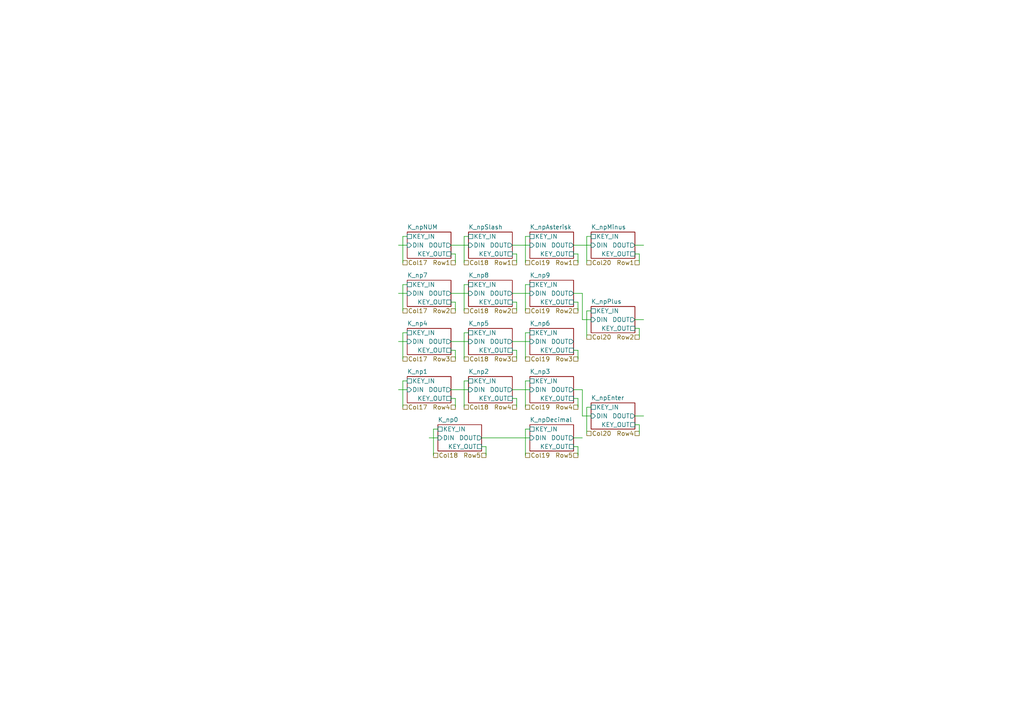
<source format=kicad_sch>
(kicad_sch
	(version 20250114)
	(generator "eeschema")
	(generator_version "9.0")
	(uuid "034faed0-ed4c-42da-bf3a-e582146ec7bd")
	(paper "A4")
	(lib_symbols)
	(wire
		(pts
			(xy 170.18 90.17) (xy 170.18 97.79)
		)
		(stroke
			(width 0)
			(type default)
		)
		(uuid "030d42cf-da8d-4fd3-a4a8-b7a52fab0939")
	)
	(wire
		(pts
			(xy 184.15 123.19) (xy 185.42 123.19)
		)
		(stroke
			(width 0)
			(type default)
		)
		(uuid "053ecdf6-0f39-44d1-8219-92a7236e121e")
	)
	(wire
		(pts
			(xy 152.4 110.49) (xy 152.4 118.11)
		)
		(stroke
			(width 0)
			(type default)
		)
		(uuid "0ce841d7-2c34-46ce-a596-966cd1e2c8c1")
	)
	(wire
		(pts
			(xy 134.62 82.55) (xy 135.89 82.55)
		)
		(stroke
			(width 0)
			(type default)
		)
		(uuid "10614087-46ae-487b-9b6e-a0c6eb0eb5be")
	)
	(wire
		(pts
			(xy 152.4 110.49) (xy 153.67 110.49)
		)
		(stroke
			(width 0)
			(type default)
		)
		(uuid "1185ebbc-ee95-4fbb-8d98-439c866130b1")
	)
	(wire
		(pts
			(xy 148.59 101.6) (xy 149.86 101.6)
		)
		(stroke
			(width 0)
			(type default)
		)
		(uuid "120f3b52-3677-4722-bcab-b400303cab48")
	)
	(wire
		(pts
			(xy 116.84 110.49) (xy 118.11 110.49)
		)
		(stroke
			(width 0)
			(type default)
		)
		(uuid "12911571-5eea-4c51-9f71-4bd1bd483276")
	)
	(wire
		(pts
			(xy 185.42 73.66) (xy 185.42 76.2)
		)
		(stroke
			(width 0)
			(type default)
		)
		(uuid "13b4b135-1419-459a-a9e5-fc211691975f")
	)
	(wire
		(pts
			(xy 116.84 68.58) (xy 118.11 68.58)
		)
		(stroke
			(width 0)
			(type default)
		)
		(uuid "14df0d6a-7d5b-437c-b8f3-b4569d060aad")
	)
	(wire
		(pts
			(xy 134.62 68.58) (xy 135.89 68.58)
		)
		(stroke
			(width 0)
			(type default)
		)
		(uuid "16d38470-002f-480a-b167-6dba11897409")
	)
	(wire
		(pts
			(xy 139.7 127) (xy 153.67 127)
		)
		(stroke
			(width 0)
			(type default)
		)
		(uuid "1a94427f-9865-4d2a-8bdc-a5b35df9d9b2")
	)
	(wire
		(pts
			(xy 134.62 68.58) (xy 134.62 76.2)
		)
		(stroke
			(width 0)
			(type default)
		)
		(uuid "1caab812-127a-4c6b-8857-f4d4e6dd8509")
	)
	(wire
		(pts
			(xy 168.91 92.71) (xy 171.45 92.71)
		)
		(stroke
			(width 0)
			(type default)
		)
		(uuid "1dee89f9-4696-4179-b8d9-032bfc8cd252")
	)
	(wire
		(pts
			(xy 166.37 85.09) (xy 168.91 85.09)
		)
		(stroke
			(width 0)
			(type default)
		)
		(uuid "1df0ea3b-c333-472e-9355-500efcf24ad5")
	)
	(wire
		(pts
			(xy 130.81 71.12) (xy 135.89 71.12)
		)
		(stroke
			(width 0)
			(type default)
		)
		(uuid "24869ca6-9d20-4f34-9389-bee1b5e0939d")
	)
	(wire
		(pts
			(xy 149.86 87.63) (xy 149.86 90.17)
		)
		(stroke
			(width 0)
			(type default)
		)
		(uuid "2503dcad-f2ef-4ebd-bdc9-9ce1b4e846be")
	)
	(wire
		(pts
			(xy 148.59 87.63) (xy 149.86 87.63)
		)
		(stroke
			(width 0)
			(type default)
		)
		(uuid "250f962a-8689-4ece-aba3-ad9a9d844da5")
	)
	(wire
		(pts
			(xy 130.81 73.66) (xy 132.08 73.66)
		)
		(stroke
			(width 0)
			(type default)
		)
		(uuid "279102e9-dff5-421a-898e-48333ee4a333")
	)
	(wire
		(pts
			(xy 170.18 68.58) (xy 170.18 76.2)
		)
		(stroke
			(width 0)
			(type default)
		)
		(uuid "285e1221-c412-467c-87ae-541867901344")
	)
	(wire
		(pts
			(xy 167.64 129.54) (xy 167.64 132.08)
		)
		(stroke
			(width 0)
			(type default)
		)
		(uuid "28f6f361-4843-42c9-b29f-a4fefc074eb8")
	)
	(wire
		(pts
			(xy 148.59 85.09) (xy 153.67 85.09)
		)
		(stroke
			(width 0)
			(type default)
		)
		(uuid "2f4ef3ff-df06-4e73-9458-e82d8cc69270")
	)
	(wire
		(pts
			(xy 168.91 85.09) (xy 168.91 92.71)
		)
		(stroke
			(width 0)
			(type default)
		)
		(uuid "2f861ea5-30b3-4c37-bd3c-79536b1c81d9")
	)
	(wire
		(pts
			(xy 184.15 92.71) (xy 186.69 92.71)
		)
		(stroke
			(width 0)
			(type default)
		)
		(uuid "3221c3c2-1363-4278-b53e-d56f1d7599e2")
	)
	(wire
		(pts
			(xy 115.57 113.03) (xy 118.11 113.03)
		)
		(stroke
			(width 0)
			(type default)
		)
		(uuid "32f042ae-41e3-4435-876e-9e0ed388e139")
	)
	(wire
		(pts
			(xy 184.15 120.65) (xy 186.69 120.65)
		)
		(stroke
			(width 0)
			(type default)
		)
		(uuid "34288463-5560-46c0-9c97-6daabcae8fec")
	)
	(wire
		(pts
			(xy 139.7 129.54) (xy 140.97 129.54)
		)
		(stroke
			(width 0)
			(type default)
		)
		(uuid "36398430-4ce4-4bd1-825e-df66c6b51132")
	)
	(wire
		(pts
			(xy 115.57 71.12) (xy 118.11 71.12)
		)
		(stroke
			(width 0)
			(type default)
		)
		(uuid "37ae74a2-78ab-4361-a663-c2b2dfefe0ff")
	)
	(wire
		(pts
			(xy 125.73 124.46) (xy 125.73 132.08)
		)
		(stroke
			(width 0)
			(type default)
		)
		(uuid "3befbfb5-0a34-432e-803a-31a9446ca26b")
	)
	(wire
		(pts
			(xy 166.37 73.66) (xy 167.64 73.66)
		)
		(stroke
			(width 0)
			(type default)
		)
		(uuid "3cb732b5-2b4d-4d29-b4eb-ea2f650eeef4")
	)
	(wire
		(pts
			(xy 148.59 99.06) (xy 153.67 99.06)
		)
		(stroke
			(width 0)
			(type default)
		)
		(uuid "42e9dce8-b1b9-463c-8589-4f3dce461b5d")
	)
	(wire
		(pts
			(xy 116.84 82.55) (xy 116.84 90.17)
		)
		(stroke
			(width 0)
			(type default)
		)
		(uuid "4726fa03-0869-42d2-a34f-76d5342a01ef")
	)
	(wire
		(pts
			(xy 140.97 129.54) (xy 140.97 132.08)
		)
		(stroke
			(width 0)
			(type default)
		)
		(uuid "472f2da5-008e-4f61-ae60-573ff8f258e1")
	)
	(wire
		(pts
			(xy 167.64 101.6) (xy 167.64 104.14)
		)
		(stroke
			(width 0)
			(type default)
		)
		(uuid "47768e7d-e09e-46b0-89cc-415ebdae4fee")
	)
	(wire
		(pts
			(xy 116.84 110.49) (xy 116.84 118.11)
		)
		(stroke
			(width 0)
			(type default)
		)
		(uuid "49ec054a-0f6a-438e-9577-339b878ff95b")
	)
	(wire
		(pts
			(xy 132.08 101.6) (xy 132.08 104.14)
		)
		(stroke
			(width 0)
			(type default)
		)
		(uuid "4cc4882d-c5e8-4e1b-974d-7259603fa2af")
	)
	(wire
		(pts
			(xy 115.57 99.06) (xy 118.11 99.06)
		)
		(stroke
			(width 0)
			(type default)
		)
		(uuid "4cdf4732-bd9e-4b38-aa18-7d105a61537a")
	)
	(wire
		(pts
			(xy 134.62 110.49) (xy 134.62 118.11)
		)
		(stroke
			(width 0)
			(type default)
		)
		(uuid "556a440f-11c6-47c8-9765-50d31c0ebf4d")
	)
	(wire
		(pts
			(xy 166.37 101.6) (xy 167.64 101.6)
		)
		(stroke
			(width 0)
			(type default)
		)
		(uuid "55ec22c0-0c25-47ab-b55d-445a9e709968")
	)
	(wire
		(pts
			(xy 134.62 110.49) (xy 135.89 110.49)
		)
		(stroke
			(width 0)
			(type default)
		)
		(uuid "56cb117c-1f72-4bdf-85bc-b5f3c183c897")
	)
	(wire
		(pts
			(xy 167.64 73.66) (xy 167.64 76.2)
		)
		(stroke
			(width 0)
			(type default)
		)
		(uuid "5e3c7277-5207-4149-a797-7c58ff20ca5f")
	)
	(wire
		(pts
			(xy 134.62 96.52) (xy 134.62 104.14)
		)
		(stroke
			(width 0)
			(type default)
		)
		(uuid "6a1f0d2b-8c2c-45e1-a148-ae402e44ae84")
	)
	(wire
		(pts
			(xy 170.18 118.11) (xy 171.45 118.11)
		)
		(stroke
			(width 0)
			(type default)
		)
		(uuid "6d7d62e0-05dd-4f39-bb1a-1dd50c80cf20")
	)
	(wire
		(pts
			(xy 125.73 124.46) (xy 127 124.46)
		)
		(stroke
			(width 0)
			(type default)
		)
		(uuid "6de73e06-2982-4a6f-949a-a36ba9fb5ade")
	)
	(wire
		(pts
			(xy 134.62 96.52) (xy 135.89 96.52)
		)
		(stroke
			(width 0)
			(type default)
		)
		(uuid "6e051143-0144-4a9a-86b6-da5ac8377f7e")
	)
	(wire
		(pts
			(xy 148.59 115.57) (xy 149.86 115.57)
		)
		(stroke
			(width 0)
			(type default)
		)
		(uuid "6f2609b7-af48-4e0c-88b6-f431074030e4")
	)
	(wire
		(pts
			(xy 167.64 87.63) (xy 167.64 90.17)
		)
		(stroke
			(width 0)
			(type default)
		)
		(uuid "72168314-f986-4a52-b5f8-c99b876f7016")
	)
	(wire
		(pts
			(xy 168.91 120.65) (xy 171.45 120.65)
		)
		(stroke
			(width 0)
			(type default)
		)
		(uuid "734d713f-4ac5-4049-8599-c2f2e45c29f3")
	)
	(wire
		(pts
			(xy 116.84 96.52) (xy 116.84 104.14)
		)
		(stroke
			(width 0)
			(type default)
		)
		(uuid "73db130f-f5eb-4f6d-ae1f-f51e58d773c2")
	)
	(wire
		(pts
			(xy 185.42 95.25) (xy 185.42 97.79)
		)
		(stroke
			(width 0)
			(type default)
		)
		(uuid "7400409b-2d9a-4cfc-a2ff-a460dbace4c8")
	)
	(wire
		(pts
			(xy 152.4 124.46) (xy 152.4 132.08)
		)
		(stroke
			(width 0)
			(type default)
		)
		(uuid "7798f9d1-1723-49ae-9131-a1af943f0a3f")
	)
	(wire
		(pts
			(xy 170.18 90.17) (xy 171.45 90.17)
		)
		(stroke
			(width 0)
			(type default)
		)
		(uuid "7a938822-1058-4995-844f-b0bcfb39cbdc")
	)
	(wire
		(pts
			(xy 152.4 82.55) (xy 152.4 90.17)
		)
		(stroke
			(width 0)
			(type default)
		)
		(uuid "80991471-9482-4f28-8d47-d3a5c9f933a3")
	)
	(wire
		(pts
			(xy 184.15 95.25) (xy 185.42 95.25)
		)
		(stroke
			(width 0)
			(type default)
		)
		(uuid "839432f8-79d1-4a44-a217-2e13d9c0a6e8")
	)
	(wire
		(pts
			(xy 170.18 68.58) (xy 171.45 68.58)
		)
		(stroke
			(width 0)
			(type default)
		)
		(uuid "878d8e8c-d147-43fc-af33-ed680a77f946")
	)
	(wire
		(pts
			(xy 170.18 118.11) (xy 170.18 125.73)
		)
		(stroke
			(width 0)
			(type default)
		)
		(uuid "89935105-a76c-4a88-a1b0-d2ded28f8f83")
	)
	(wire
		(pts
			(xy 167.64 115.57) (xy 167.64 118.11)
		)
		(stroke
			(width 0)
			(type default)
		)
		(uuid "8e664ad4-913b-4a52-8914-2ce653551bdd")
	)
	(wire
		(pts
			(xy 149.86 115.57) (xy 149.86 118.11)
		)
		(stroke
			(width 0)
			(type default)
		)
		(uuid "90a8727c-4a0d-4f23-b9c9-2d40c4d9ee9a")
	)
	(wire
		(pts
			(xy 166.37 127) (xy 168.91 127)
		)
		(stroke
			(width 0)
			(type default)
		)
		(uuid "94ba02d6-a951-41d9-97b9-8cc1727e3939")
	)
	(wire
		(pts
			(xy 148.59 113.03) (xy 153.67 113.03)
		)
		(stroke
			(width 0)
			(type default)
		)
		(uuid "9590ba3f-1e62-430b-98ed-9dbf0ec7659f")
	)
	(wire
		(pts
			(xy 116.84 96.52) (xy 118.11 96.52)
		)
		(stroke
			(width 0)
			(type default)
		)
		(uuid "9af0c240-627a-475f-9456-67e0ff0431dc")
	)
	(wire
		(pts
			(xy 152.4 68.58) (xy 153.67 68.58)
		)
		(stroke
			(width 0)
			(type default)
		)
		(uuid "9bf605f3-30f2-48ab-adbc-cc7f16b10da4")
	)
	(wire
		(pts
			(xy 152.4 82.55) (xy 153.67 82.55)
		)
		(stroke
			(width 0)
			(type default)
		)
		(uuid "9c460271-62c7-494d-bb71-13c7cea71b3d")
	)
	(wire
		(pts
			(xy 134.62 82.55) (xy 134.62 90.17)
		)
		(stroke
			(width 0)
			(type default)
		)
		(uuid "9c8b0b27-cf48-4819-9337-f8dc5ef9b80e")
	)
	(wire
		(pts
			(xy 148.59 71.12) (xy 153.67 71.12)
		)
		(stroke
			(width 0)
			(type default)
		)
		(uuid "9ced2677-37c6-4cef-9ba5-98b1658bd53a")
	)
	(wire
		(pts
			(xy 124.46 127) (xy 127 127)
		)
		(stroke
			(width 0)
			(type default)
		)
		(uuid "9d3ec06a-e80e-4423-9fca-df4c8ae2f14b")
	)
	(wire
		(pts
			(xy 166.37 115.57) (xy 167.64 115.57)
		)
		(stroke
			(width 0)
			(type default)
		)
		(uuid "9d56b85f-e636-4e58-8c3f-61ece342b9fc")
	)
	(wire
		(pts
			(xy 152.4 124.46) (xy 153.67 124.46)
		)
		(stroke
			(width 0)
			(type default)
		)
		(uuid "a017aadd-5b60-44fd-93ac-74dbec1ef2bf")
	)
	(wire
		(pts
			(xy 132.08 87.63) (xy 132.08 90.17)
		)
		(stroke
			(width 0)
			(type default)
		)
		(uuid "a4fc3365-54c8-4d70-8629-59d9092752a5")
	)
	(wire
		(pts
			(xy 184.15 71.12) (xy 186.69 71.12)
		)
		(stroke
			(width 0)
			(type default)
		)
		(uuid "a7343e53-8385-4b8a-9563-94a60e5dabad")
	)
	(wire
		(pts
			(xy 130.81 101.6) (xy 132.08 101.6)
		)
		(stroke
			(width 0)
			(type default)
		)
		(uuid "abbf1aa8-4096-4092-abc4-96490cfbbba8")
	)
	(wire
		(pts
			(xy 168.91 113.03) (xy 168.91 120.65)
		)
		(stroke
			(width 0)
			(type default)
		)
		(uuid "adacbf2f-49f5-4a7f-bd9b-ed76e5e32feb")
	)
	(wire
		(pts
			(xy 130.81 99.06) (xy 135.89 99.06)
		)
		(stroke
			(width 0)
			(type default)
		)
		(uuid "b10dd720-4eed-4c70-a810-1a9e3c01ce10")
	)
	(wire
		(pts
			(xy 130.81 115.57) (xy 132.08 115.57)
		)
		(stroke
			(width 0)
			(type default)
		)
		(uuid "ba27f84f-f991-4fb4-bad7-4f45964202dc")
	)
	(wire
		(pts
			(xy 130.81 85.09) (xy 135.89 85.09)
		)
		(stroke
			(width 0)
			(type default)
		)
		(uuid "bce9dc96-5215-4e88-a979-5b77abd7dc9b")
	)
	(wire
		(pts
			(xy 166.37 87.63) (xy 167.64 87.63)
		)
		(stroke
			(width 0)
			(type default)
		)
		(uuid "bda742a3-3446-4be7-8b76-71b92ba40a67")
	)
	(wire
		(pts
			(xy 152.4 96.52) (xy 152.4 104.14)
		)
		(stroke
			(width 0)
			(type default)
		)
		(uuid "c0782f77-e1b0-4f1f-88aa-4f3b45459f92")
	)
	(wire
		(pts
			(xy 152.4 68.58) (xy 152.4 76.2)
		)
		(stroke
			(width 0)
			(type default)
		)
		(uuid "c18a6cb9-c71e-46c8-b204-46d7763c3741")
	)
	(wire
		(pts
			(xy 166.37 113.03) (xy 168.91 113.03)
		)
		(stroke
			(width 0)
			(type default)
		)
		(uuid "c7677356-c621-4dbf-a18a-aed7f38b35a0")
	)
	(wire
		(pts
			(xy 132.08 73.66) (xy 132.08 76.2)
		)
		(stroke
			(width 0)
			(type default)
		)
		(uuid "cb31daea-0c55-493a-b833-17066ed1bb6e")
	)
	(wire
		(pts
			(xy 185.42 123.19) (xy 185.42 125.73)
		)
		(stroke
			(width 0)
			(type default)
		)
		(uuid "cb705789-7d58-48db-b613-22db81e2bea1")
	)
	(wire
		(pts
			(xy 149.86 101.6) (xy 149.86 104.14)
		)
		(stroke
			(width 0)
			(type default)
		)
		(uuid "cd9ef29d-85e5-41a3-bccf-36095b0bede5")
	)
	(wire
		(pts
			(xy 149.86 73.66) (xy 149.86 76.2)
		)
		(stroke
			(width 0)
			(type default)
		)
		(uuid "d1ebd3ce-a81c-4b75-962d-2198520b83e2")
	)
	(wire
		(pts
			(xy 115.57 85.09) (xy 118.11 85.09)
		)
		(stroke
			(width 0)
			(type default)
		)
		(uuid "d2073e7b-0896-4591-b55e-422029fc9689")
	)
	(wire
		(pts
			(xy 184.15 73.66) (xy 185.42 73.66)
		)
		(stroke
			(width 0)
			(type default)
		)
		(uuid "d2187f5a-f1b7-4b4c-ad05-c57be6727d8a")
	)
	(wire
		(pts
			(xy 116.84 82.55) (xy 118.11 82.55)
		)
		(stroke
			(width 0)
			(type default)
		)
		(uuid "deb72907-faf6-4cc1-b9ea-bb8958109732")
	)
	(wire
		(pts
			(xy 152.4 96.52) (xy 153.67 96.52)
		)
		(stroke
			(width 0)
			(type default)
		)
		(uuid "e092409b-a239-4d42-86d1-3dc450bdc7c2")
	)
	(wire
		(pts
			(xy 148.59 73.66) (xy 149.86 73.66)
		)
		(stroke
			(width 0)
			(type default)
		)
		(uuid "edb2063a-d44e-4ea2-b385-dc36e0d23d6a")
	)
	(wire
		(pts
			(xy 130.81 113.03) (xy 135.89 113.03)
		)
		(stroke
			(width 0)
			(type default)
		)
		(uuid "f265090a-fac8-4ff7-b1c4-ea6a9d09bb03")
	)
	(wire
		(pts
			(xy 166.37 71.12) (xy 171.45 71.12)
		)
		(stroke
			(width 0)
			(type default)
		)
		(uuid "f3d8882b-9d4f-4c8a-bf04-af24f4de1d49")
	)
	(wire
		(pts
			(xy 130.81 87.63) (xy 132.08 87.63)
		)
		(stroke
			(width 0)
			(type default)
		)
		(uuid "f44535ac-8e9f-479e-826e-4b4c233e19a7")
	)
	(wire
		(pts
			(xy 166.37 129.54) (xy 167.64 129.54)
		)
		(stroke
			(width 0)
			(type default)
		)
		(uuid "f5c002de-702f-475d-ad50-99ad08da9a4d")
	)
	(wire
		(pts
			(xy 116.84 68.58) (xy 116.84 76.2)
		)
		(stroke
			(width 0)
			(type default)
		)
		(uuid "f8d5b510-0c0d-4a5e-ae15-0eb06e02c618")
	)
	(wire
		(pts
			(xy 132.08 115.57) (xy 132.08 118.11)
		)
		(stroke
			(width 0)
			(type default)
		)
		(uuid "fb25a1ba-951c-4dab-86a2-e6a4bf955335")
	)
	(hierarchical_label "Col17"
		(shape passive)
		(at 116.84 76.2 0)
		(effects
			(font
				(size 1.27 1.27)
			)
			(justify left)
		)
		(uuid "04819b78-70bd-4a6d-b02a-2f91294ed8db")
	)
	(hierarchical_label "Col17"
		(shape passive)
		(at 116.84 90.17 0)
		(effects
			(font
				(size 1.27 1.27)
			)
			(justify left)
		)
		(uuid "06c5c179-c453-4bc2-bfa3-e4806ebbf895")
	)
	(hierarchical_label "Col18"
		(shape passive)
		(at 134.62 76.2 0)
		(effects
			(font
				(size 1.27 1.27)
			)
			(justify left)
		)
		(uuid "13d84cff-e40d-4050-a334-1c4976ed5e00")
	)
	(hierarchical_label "Row5"
		(shape passive)
		(at 167.64 132.08 180)
		(effects
			(font
				(size 1.27 1.27)
			)
			(justify right)
		)
		(uuid "1b8d0fb8-6c08-4620-b53e-cb698246b973")
	)
	(hierarchical_label "Row1"
		(shape passive)
		(at 149.86 76.2 180)
		(effects
			(font
				(size 1.27 1.27)
			)
			(justify right)
		)
		(uuid "2048579f-8202-4546-b7af-99601715613d")
	)
	(hierarchical_label "Col19"
		(shape passive)
		(at 152.4 90.17 0)
		(effects
			(font
				(size 1.27 1.27)
			)
			(justify left)
		)
		(uuid "260bcdca-4be1-41e1-8e21-64a4485b4b72")
	)
	(hierarchical_label "Row2"
		(shape passive)
		(at 185.42 97.79 180)
		(effects
			(font
				(size 1.27 1.27)
			)
			(justify right)
		)
		(uuid "26956aee-4076-4f3a-b3ad-2a16f659a5b8")
	)
	(hierarchical_label "Col17"
		(shape passive)
		(at 116.84 118.11 0)
		(effects
			(font
				(size 1.27 1.27)
			)
			(justify left)
		)
		(uuid "2a2553da-d4a2-402d-a02d-27e9259e70da")
	)
	(hierarchical_label "Row2"
		(shape passive)
		(at 149.86 90.17 180)
		(effects
			(font
				(size 1.27 1.27)
			)
			(justify right)
		)
		(uuid "2c22cf0c-ab7e-4621-b4fa-4d614ad3f6ac")
	)
	(hierarchical_label "Col20"
		(shape passive)
		(at 170.18 76.2 0)
		(effects
			(font
				(size 1.27 1.27)
			)
			(justify left)
		)
		(uuid "3232fb25-20b9-4a67-8fcc-42c86fde1293")
	)
	(hierarchical_label "Col20"
		(shape passive)
		(at 170.18 125.73 0)
		(effects
			(font
				(size 1.27 1.27)
			)
			(justify left)
		)
		(uuid "34d7abab-2bb3-465b-a96c-bc188094cddb")
	)
	(hierarchical_label "Row4"
		(shape passive)
		(at 185.42 125.73 180)
		(effects
			(font
				(size 1.27 1.27)
			)
			(justify right)
		)
		(uuid "354c04aa-a433-4468-a797-acbf68b3d857")
	)
	(hierarchical_label "Row1"
		(shape passive)
		(at 167.64 76.2 180)
		(effects
			(font
				(size 1.27 1.27)
			)
			(justify right)
		)
		(uuid "3f64e6b1-b2cb-4fc7-870e-75db005f08bb")
	)
	(hierarchical_label "Col19"
		(shape passive)
		(at 152.4 132.08 0)
		(effects
			(font
				(size 1.27 1.27)
			)
			(justify left)
		)
		(uuid "5a97c2f9-729a-4bc6-8056-8fb320f5a4b6")
	)
	(hierarchical_label "Col18"
		(shape passive)
		(at 134.62 90.17 0)
		(effects
			(font
				(size 1.27 1.27)
			)
			(justify left)
		)
		(uuid "63fe501b-3b24-4b8f-9386-fe5281255938")
	)
	(hierarchical_label "Col18"
		(shape passive)
		(at 125.73 132.08 0)
		(effects
			(font
				(size 1.27 1.27)
			)
			(justify left)
		)
		(uuid "6b62daff-f6c8-4e13-b5db-cd00c05cd368")
	)
	(hierarchical_label "Row1"
		(shape passive)
		(at 132.08 76.2 180)
		(effects
			(font
				(size 1.27 1.27)
			)
			(justify right)
		)
		(uuid "6cc75385-f5b9-4747-aff0-b806e0ce14c1")
	)
	(hierarchical_label "Col17"
		(shape passive)
		(at 116.84 104.14 0)
		(effects
			(font
				(size 1.27 1.27)
			)
			(justify left)
		)
		(uuid "750918ec-39fd-4c2b-8ff9-5357b8a95d59")
	)
	(hierarchical_label "Row1"
		(shape passive)
		(at 185.42 76.2 180)
		(effects
			(font
				(size 1.27 1.27)
			)
			(justify right)
		)
		(uuid "7a157e74-71c6-4cf5-ab32-b7d6a2aadeb7")
	)
	(hierarchical_label "Col19"
		(shape passive)
		(at 152.4 118.11 0)
		(effects
			(font
				(size 1.27 1.27)
			)
			(justify left)
		)
		(uuid "819d5e3c-99a7-41cf-b951-b9570c665bd9")
	)
	(hierarchical_label "Col20"
		(shape passive)
		(at 170.18 97.79 0)
		(effects
			(font
				(size 1.27 1.27)
			)
			(justify left)
		)
		(uuid "85fa87ac-ecdd-412b-b921-2e6c31af3faf")
	)
	(hierarchical_label "Row4"
		(shape passive)
		(at 132.08 118.11 180)
		(effects
			(font
				(size 1.27 1.27)
			)
			(justify right)
		)
		(uuid "88c83842-c3b7-4356-8b2c-0b287bf26300")
	)
	(hierarchical_label "Row2"
		(shape passive)
		(at 132.08 90.17 180)
		(effects
			(font
				(size 1.27 1.27)
			)
			(justify right)
		)
		(uuid "8de18737-bf9c-43df-96d8-789ec60d805a")
	)
	(hierarchical_label "Row4"
		(shape passive)
		(at 149.86 118.11 180)
		(effects
			(font
				(size 1.27 1.27)
			)
			(justify right)
		)
		(uuid "c3add4f5-7a50-454f-a0fe-9e2d2f747043")
	)
	(hierarchical_label "Col19"
		(shape passive)
		(at 152.4 76.2 0)
		(effects
			(font
				(size 1.27 1.27)
			)
			(justify left)
		)
		(uuid "cffca0af-9d35-4827-b0a2-22db692d1924")
	)
	(hierarchical_label "Row4"
		(shape passive)
		(at 167.64 118.11 180)
		(effects
			(font
				(size 1.27 1.27)
			)
			(justify right)
		)
		(uuid "d2486c1e-2454-4102-b3a4-37c4de278411")
	)
	(hierarchical_label "Row3"
		(shape passive)
		(at 149.86 104.14 180)
		(effects
			(font
				(size 1.27 1.27)
			)
			(justify right)
		)
		(uuid "d3767f15-54f6-4a60-ae76-5e19ba80cac0")
	)
	(hierarchical_label "Col18"
		(shape passive)
		(at 134.62 104.14 0)
		(effects
			(font
				(size 1.27 1.27)
			)
			(justify left)
		)
		(uuid "d6a82042-4568-4429-bfdd-d06b39ec4cde")
	)
	(hierarchical_label "Col18"
		(shape passive)
		(at 134.62 118.11 0)
		(effects
			(font
				(size 1.27 1.27)
			)
			(justify left)
		)
		(uuid "e19214d2-7c5a-4d09-b0df-9d345aefab52")
	)
	(hierarchical_label "Row5"
		(shape passive)
		(at 140.97 132.08 180)
		(effects
			(font
				(size 1.27 1.27)
			)
			(justify right)
		)
		(uuid "e6052384-6e75-422a-a23a-29d4e66dff42")
	)
	(hierarchical_label "Row3"
		(shape passive)
		(at 132.08 104.14 180)
		(effects
			(font
				(size 1.27 1.27)
			)
			(justify right)
		)
		(uuid "e6063166-3a4a-481b-85cd-0680650d8e16")
	)
	(hierarchical_label "Row2"
		(shape passive)
		(at 167.64 90.17 180)
		(effects
			(font
				(size 1.27 1.27)
			)
			(justify right)
		)
		(uuid "e7e9d5b0-017e-4a28-bd89-22da4e7e702b")
	)
	(hierarchical_label "Row3"
		(shape passive)
		(at 167.64 104.14 180)
		(effects
			(font
				(size 1.27 1.27)
			)
			(justify right)
		)
		(uuid "f5712fd8-7695-4582-beab-77365a59fc34")
	)
	(hierarchical_label "Col19"
		(shape passive)
		(at 152.4 104.14 0)
		(effects
			(font
				(size 1.27 1.27)
			)
			(justify left)
		)
		(uuid "fcc4e9a8-eed7-409c-b445-e93fd73b5d87")
	)
	(sheet
		(at 135.89 109.22)
		(size 12.7 7.62)
		(exclude_from_sim no)
		(in_bom yes)
		(on_board yes)
		(dnp no)
		(fields_autoplaced yes)
		(stroke
			(width 0.1524)
			(type solid)
		)
		(fill
			(color 0 0 0 0.0000)
		)
		(uuid "0d349493-4194-48a4-9082-9fa9542bc33a")
		(property "Sheetname" "K_np2"
			(at 135.89 108.5084 0)
			(effects
				(font
					(size 1.27 1.27)
				)
				(justify left bottom)
			)
		)
		(property "Sheetfile" "key_rgb.kicad_sch"
			(at 135.89 117.4246 0)
			(effects
				(font
					(size 1.27 1.27)
				)
				(justify left top)
				(hide yes)
			)
		)
		(pin "DIN" input
			(at 135.89 113.03 180)
			(uuid "ba39fca4-82ec-4094-a7b1-d75835c95c6e")
			(effects
				(font
					(size 1.27 1.27)
				)
				(justify left)
			)
		)
		(pin "DOUT" output
			(at 148.59 113.03 0)
			(uuid "f52c9ecf-2416-4110-aa10-0f34e84f9b4d")
			(effects
				(font
					(size 1.27 1.27)
				)
				(justify right)
			)
		)
		(pin "KEY_IN" passive
			(at 135.89 110.49 180)
			(uuid "25f2b2ba-16c5-4d9b-bac3-fc5a02abb73a")
			(effects
				(font
					(size 1.27 1.27)
				)
				(justify left)
			)
		)
		(pin "KEY_OUT" passive
			(at 148.59 115.57 0)
			(uuid "a38c9ae4-6275-4a89-851c-6be1f5347a9b")
			(effects
				(font
					(size 1.27 1.27)
				)
				(justify right)
			)
		)
		(instances
			(project "zmk-g915"
				(path "/ef112b03-6536-453f-8127-17d1495b48aa/45c5f3d6-3be9-46e6-9c92-280cf0e0d840/597f416c-f394-4b3f-9015-da1fb9a5aab7"
					(page "143")
				)
			)
		)
	)
	(sheet
		(at 135.89 67.31)
		(size 12.7 7.62)
		(exclude_from_sim no)
		(in_bom yes)
		(on_board yes)
		(dnp no)
		(fields_autoplaced yes)
		(stroke
			(width 0.1524)
			(type solid)
		)
		(fill
			(color 0 0 0 0.0000)
		)
		(uuid "15e90a78-c396-460e-953b-a03ba9b55fb2")
		(property "Sheetname" "K_npSlash"
			(at 135.89 66.5984 0)
			(effects
				(font
					(size 1.27 1.27)
				)
				(justify left bottom)
			)
		)
		(property "Sheetfile" "key_rgb.kicad_sch"
			(at 135.89 75.5146 0)
			(effects
				(font
					(size 1.27 1.27)
				)
				(justify left top)
				(hide yes)
			)
		)
		(pin "DIN" input
			(at 135.89 71.12 180)
			(uuid "df1f67d6-8c84-4770-b33f-a040845994b6")
			(effects
				(font
					(size 1.27 1.27)
				)
				(justify left)
			)
		)
		(pin "DOUT" output
			(at 148.59 71.12 0)
			(uuid "083712c8-d1aa-4f06-b4af-bb0fde1ddf07")
			(effects
				(font
					(size 1.27 1.27)
				)
				(justify right)
			)
		)
		(pin "KEY_IN" passive
			(at 135.89 68.58 180)
			(uuid "cd3d9c90-38f4-40e4-be65-f3ca5ec79949")
			(effects
				(font
					(size 1.27 1.27)
				)
				(justify left)
			)
		)
		(pin "KEY_OUT" passive
			(at 148.59 73.66 0)
			(uuid "a0596c6e-b5da-4d50-ba19-adf72e5ca057")
			(effects
				(font
					(size 1.27 1.27)
				)
				(justify right)
			)
		)
		(instances
			(project "zmk-g915"
				(path "/ef112b03-6536-453f-8127-17d1495b48aa/45c5f3d6-3be9-46e6-9c92-280cf0e0d840/597f416c-f394-4b3f-9015-da1fb9a5aab7"
					(page "33")
				)
			)
		)
	)
	(sheet
		(at 153.67 81.28)
		(size 12.7 7.62)
		(exclude_from_sim no)
		(in_bom yes)
		(on_board yes)
		(dnp no)
		(fields_autoplaced yes)
		(stroke
			(width 0.1524)
			(type solid)
		)
		(fill
			(color 0 0 0 0.0000)
		)
		(uuid "273ab569-bed5-47a5-83e6-67da9e73093e")
		(property "Sheetname" "K_np9"
			(at 153.67 80.5684 0)
			(effects
				(font
					(size 1.27 1.27)
				)
				(justify left bottom)
			)
		)
		(property "Sheetfile" "key_rgb.kicad_sch"
			(at 153.67 89.4846 0)
			(effects
				(font
					(size 1.27 1.27)
				)
				(justify left top)
				(hide yes)
			)
		)
		(pin "DIN" input
			(at 153.67 85.09 180)
			(uuid "36d0aa59-1b06-44b7-845e-e32d285c5172")
			(effects
				(font
					(size 1.27 1.27)
				)
				(justify left)
			)
		)
		(pin "DOUT" output
			(at 166.37 85.09 0)
			(uuid "f2649668-4a00-4568-92fb-c1789b72b2f7")
			(effects
				(font
					(size 1.27 1.27)
				)
				(justify right)
			)
		)
		(pin "KEY_IN" passive
			(at 153.67 82.55 180)
			(uuid "88b04d37-9281-4219-8c2f-ecf85dac9aa9")
			(effects
				(font
					(size 1.27 1.27)
				)
				(justify left)
			)
		)
		(pin "KEY_OUT" passive
			(at 166.37 87.63 0)
			(uuid "15b5308a-1e37-498e-8910-e2a520bd2e43")
			(effects
				(font
					(size 1.27 1.27)
				)
				(justify right)
			)
		)
		(instances
			(project "zmk-g915"
				(path "/ef112b03-6536-453f-8127-17d1495b48aa/45c5f3d6-3be9-46e6-9c92-280cf0e0d840/597f416c-f394-4b3f-9015-da1fb9a5aab7"
					(page "38")
				)
			)
		)
	)
	(sheet
		(at 153.67 95.25)
		(size 12.7 7.62)
		(exclude_from_sim no)
		(in_bom yes)
		(on_board yes)
		(dnp no)
		(fields_autoplaced yes)
		(stroke
			(width 0.1524)
			(type solid)
		)
		(fill
			(color 0 0 0 0.0000)
		)
		(uuid "2c7ca8e3-7a62-49bf-8078-d4fdfb63b207")
		(property "Sheetname" "K_np6"
			(at 153.67 94.5384 0)
			(effects
				(font
					(size 1.27 1.27)
				)
				(justify left bottom)
			)
		)
		(property "Sheetfile" "key_rgb.kicad_sch"
			(at 153.67 103.4546 0)
			(effects
				(font
					(size 1.27 1.27)
				)
				(justify left top)
				(hide yes)
			)
		)
		(pin "DIN" input
			(at 153.67 99.06 180)
			(uuid "d0e49730-dda6-4546-8730-029abd82feea")
			(effects
				(font
					(size 1.27 1.27)
				)
				(justify left)
			)
		)
		(pin "DOUT" output
			(at 166.37 99.06 0)
			(uuid "aa77c64a-36bc-441f-a596-bffec29e7dcb")
			(effects
				(font
					(size 1.27 1.27)
				)
				(justify right)
			)
		)
		(pin "KEY_IN" passive
			(at 153.67 96.52 180)
			(uuid "248cb223-c097-4f81-b6f4-3c17488eae4e")
			(effects
				(font
					(size 1.27 1.27)
				)
				(justify left)
			)
		)
		(pin "KEY_OUT" passive
			(at 166.37 101.6 0)
			(uuid "957df0cb-516c-4155-86d9-3c848dcb6997")
			(effects
				(font
					(size 1.27 1.27)
				)
				(justify right)
			)
		)
		(instances
			(project "zmk-g915"
				(path "/ef112b03-6536-453f-8127-17d1495b48aa/45c5f3d6-3be9-46e6-9c92-280cf0e0d840/597f416c-f394-4b3f-9015-da1fb9a5aab7"
					(page "141")
				)
			)
		)
	)
	(sheet
		(at 118.11 81.28)
		(size 12.7 7.62)
		(exclude_from_sim no)
		(in_bom yes)
		(on_board yes)
		(dnp no)
		(fields_autoplaced yes)
		(stroke
			(width 0.1524)
			(type solid)
		)
		(fill
			(color 0 0 0 0.0000)
		)
		(uuid "31ab09a0-3636-47c5-a308-102b5bd9f412")
		(property "Sheetname" "K_np7"
			(at 118.11 80.5684 0)
			(effects
				(font
					(size 1.27 1.27)
				)
				(justify left bottom)
			)
		)
		(property "Sheetfile" "key_rgb.kicad_sch"
			(at 118.11 89.4846 0)
			(effects
				(font
					(size 1.27 1.27)
				)
				(justify left top)
				(hide yes)
			)
		)
		(pin "DIN" input
			(at 118.11 85.09 180)
			(uuid "83ab378c-f8fb-4920-b20c-864e29d1e916")
			(effects
				(font
					(size 1.27 1.27)
				)
				(justify left)
			)
		)
		(pin "DOUT" output
			(at 130.81 85.09 0)
			(uuid "6cdee74f-bf37-4f8a-9d90-4add29b823cb")
			(effects
				(font
					(size 1.27 1.27)
				)
				(justify right)
			)
		)
		(pin "KEY_IN" passive
			(at 118.11 82.55 180)
			(uuid "968c90cd-758a-410c-ad88-a14579685a5b")
			(effects
				(font
					(size 1.27 1.27)
				)
				(justify left)
			)
		)
		(pin "KEY_OUT" passive
			(at 130.81 87.63 0)
			(uuid "e36e56f5-56e1-4e3e-9fa6-41831368c859")
			(effects
				(font
					(size 1.27 1.27)
				)
				(justify right)
			)
		)
		(instances
			(project "zmk-g915"
				(path "/ef112b03-6536-453f-8127-17d1495b48aa/45c5f3d6-3be9-46e6-9c92-280cf0e0d840/597f416c-f394-4b3f-9015-da1fb9a5aab7"
					(page "36")
				)
			)
		)
	)
	(sheet
		(at 118.11 67.31)
		(size 12.7 7.62)
		(exclude_from_sim no)
		(in_bom yes)
		(on_board yes)
		(dnp no)
		(fields_autoplaced yes)
		(stroke
			(width 0.1524)
			(type solid)
		)
		(fill
			(color 0 0 0 0.0000)
		)
		(uuid "3a4635cb-de5e-4d8b-8105-8cee188c06d4")
		(property "Sheetname" "K_npNUM"
			(at 118.11 66.5984 0)
			(effects
				(font
					(size 1.27 1.27)
				)
				(justify left bottom)
			)
		)
		(property "Sheetfile" "key_rgb.kicad_sch"
			(at 118.11 75.5146 0)
			(effects
				(font
					(size 1.27 1.27)
				)
				(justify left top)
				(hide yes)
			)
		)
		(pin "DIN" input
			(at 118.11 71.12 180)
			(uuid "2736fb17-0873-4e9d-92e8-9129a8f5ba7b")
			(effects
				(font
					(size 1.27 1.27)
				)
				(justify left)
			)
		)
		(pin "DOUT" output
			(at 130.81 71.12 0)
			(uuid "5b7a210f-4ec1-4329-a999-ebe9b1ccbc77")
			(effects
				(font
					(size 1.27 1.27)
				)
				(justify right)
			)
		)
		(pin "KEY_IN" passive
			(at 118.11 68.58 180)
			(uuid "94f4cec4-a3d3-47a3-b910-0a7e6fc87570")
			(effects
				(font
					(size 1.27 1.27)
				)
				(justify left)
			)
		)
		(pin "KEY_OUT" passive
			(at 130.81 73.66 0)
			(uuid "5375d8d0-7a23-4964-89b7-7d9c195fff06")
			(effects
				(font
					(size 1.27 1.27)
				)
				(justify right)
			)
		)
		(instances
			(project "zmk-g915"
				(path "/ef112b03-6536-453f-8127-17d1495b48aa/45c5f3d6-3be9-46e6-9c92-280cf0e0d840/597f416c-f394-4b3f-9015-da1fb9a5aab7"
					(page "32")
				)
			)
		)
	)
	(sheet
		(at 135.89 95.25)
		(size 12.7 7.62)
		(exclude_from_sim no)
		(in_bom yes)
		(on_board yes)
		(dnp no)
		(fields_autoplaced yes)
		(stroke
			(width 0.1524)
			(type solid)
		)
		(fill
			(color 0 0 0 0.0000)
		)
		(uuid "45d1110c-7f71-4f43-bf59-2ae851e7891c")
		(property "Sheetname" "K_np5"
			(at 135.89 94.5384 0)
			(effects
				(font
					(size 1.27 1.27)
				)
				(justify left bottom)
			)
		)
		(property "Sheetfile" "key_rgb.kicad_sch"
			(at 135.89 103.4546 0)
			(effects
				(font
					(size 1.27 1.27)
				)
				(justify left top)
				(hide yes)
			)
		)
		(pin "DIN" input
			(at 135.89 99.06 180)
			(uuid "a5e46abd-1612-4668-a0a6-911998ac2fc3")
			(effects
				(font
					(size 1.27 1.27)
				)
				(justify left)
			)
		)
		(pin "DOUT" output
			(at 148.59 99.06 0)
			(uuid "9801dd40-f25c-4653-bad2-1290018fc83c")
			(effects
				(font
					(size 1.27 1.27)
				)
				(justify right)
			)
		)
		(pin "KEY_IN" passive
			(at 135.89 96.52 180)
			(uuid "7ab5ada1-976d-44a5-9f45-75327bc7e5a8")
			(effects
				(font
					(size 1.27 1.27)
				)
				(justify left)
			)
		)
		(pin "KEY_OUT" passive
			(at 148.59 101.6 0)
			(uuid "2a321a1f-b21d-4324-9361-454de2494e7d")
			(effects
				(font
					(size 1.27 1.27)
				)
				(justify right)
			)
		)
		(instances
			(project "zmk-g915"
				(path "/ef112b03-6536-453f-8127-17d1495b48aa/45c5f3d6-3be9-46e6-9c92-280cf0e0d840/597f416c-f394-4b3f-9015-da1fb9a5aab7"
					(page "131")
				)
			)
		)
	)
	(sheet
		(at 171.45 88.9)
		(size 12.7 7.62)
		(exclude_from_sim no)
		(in_bom yes)
		(on_board yes)
		(dnp no)
		(fields_autoplaced yes)
		(stroke
			(width 0.1524)
			(type solid)
		)
		(fill
			(color 0 0 0 0.0000)
		)
		(uuid "50e17075-04de-416d-be41-b0ce93a4b1a3")
		(property "Sheetname" "K_npPlus"
			(at 171.45 88.1884 0)
			(effects
				(font
					(size 1.27 1.27)
				)
				(justify left bottom)
			)
		)
		(property "Sheetfile" "key_rgb.kicad_sch"
			(at 171.45 97.1046 0)
			(effects
				(font
					(size 1.27 1.27)
				)
				(justify left top)
				(hide yes)
			)
		)
		(pin "DIN" input
			(at 171.45 92.71 180)
			(uuid "ca6db0c5-10aa-4bc2-a3c7-51e0ba582d6b")
			(effects
				(font
					(size 1.27 1.27)
				)
				(justify left)
			)
		)
		(pin "DOUT" output
			(at 184.15 92.71 0)
			(uuid "0341f1c2-a218-4264-924f-feaf346a25c8")
			(effects
				(font
					(size 1.27 1.27)
				)
				(justify right)
			)
		)
		(pin "KEY_IN" passive
			(at 171.45 90.17 180)
			(uuid "ae0385ea-8652-4403-8a87-a66c8bdc5976")
			(effects
				(font
					(size 1.27 1.27)
				)
				(justify left)
			)
		)
		(pin "KEY_OUT" passive
			(at 184.15 95.25 0)
			(uuid "9eaf2075-4a42-46e8-a513-673fb52dc14a")
			(effects
				(font
					(size 1.27 1.27)
				)
				(justify right)
			)
		)
		(instances
			(project "zmk-g915"
				(path "/ef112b03-6536-453f-8127-17d1495b48aa/45c5f3d6-3be9-46e6-9c92-280cf0e0d840/597f416c-f394-4b3f-9015-da1fb9a5aab7"
					(page "145")
				)
			)
		)
	)
	(sheet
		(at 171.45 67.31)
		(size 12.7 7.62)
		(exclude_from_sim no)
		(in_bom yes)
		(on_board yes)
		(dnp no)
		(fields_autoplaced yes)
		(stroke
			(width 0.1524)
			(type solid)
		)
		(fill
			(color 0 0 0 0.0000)
		)
		(uuid "54ee3d85-ec57-4bb6-bcf0-db16dfb0a010")
		(property "Sheetname" "K_npMinus"
			(at 171.45 66.5984 0)
			(effects
				(font
					(size 1.27 1.27)
				)
				(justify left bottom)
			)
		)
		(property "Sheetfile" "key_rgb.kicad_sch"
			(at 171.45 75.5146 0)
			(effects
				(font
					(size 1.27 1.27)
				)
				(justify left top)
				(hide yes)
			)
		)
		(pin "DIN" input
			(at 171.45 71.12 180)
			(uuid "ca3f23f0-1359-4da4-8aa3-9e29ee1a7027")
			(effects
				(font
					(size 1.27 1.27)
				)
				(justify left)
			)
		)
		(pin "DOUT" output
			(at 184.15 71.12 0)
			(uuid "13abb284-87f1-446b-af62-58b9cd99d113")
			(effects
				(font
					(size 1.27 1.27)
				)
				(justify right)
			)
		)
		(pin "KEY_IN" passive
			(at 171.45 68.58 180)
			(uuid "955c631c-6af8-4779-ba6d-73c46c9e0780")
			(effects
				(font
					(size 1.27 1.27)
				)
				(justify left)
			)
		)
		(pin "KEY_OUT" passive
			(at 184.15 73.66 0)
			(uuid "618e3f22-4360-405c-b5de-749ebc21bf83")
			(effects
				(font
					(size 1.27 1.27)
				)
				(justify right)
			)
		)
		(instances
			(project "zmk-g915"
				(path "/ef112b03-6536-453f-8127-17d1495b48aa/45c5f3d6-3be9-46e6-9c92-280cf0e0d840/597f416c-f394-4b3f-9015-da1fb9a5aab7"
					(page "35")
				)
			)
		)
	)
	(sheet
		(at 153.67 109.22)
		(size 12.7 7.62)
		(exclude_from_sim no)
		(in_bom yes)
		(on_board yes)
		(dnp no)
		(fields_autoplaced yes)
		(stroke
			(width 0.1524)
			(type solid)
		)
		(fill
			(color 0 0 0 0.0000)
		)
		(uuid "685c2fa1-00da-4b01-b792-53c1c6c6a252")
		(property "Sheetname" "K_np3"
			(at 153.67 108.5084 0)
			(effects
				(font
					(size 1.27 1.27)
				)
				(justify left bottom)
			)
		)
		(property "Sheetfile" "key_rgb.kicad_sch"
			(at 153.67 117.4246 0)
			(effects
				(font
					(size 1.27 1.27)
				)
				(justify left top)
				(hide yes)
			)
		)
		(pin "DIN" input
			(at 153.67 113.03 180)
			(uuid "541c1c49-de59-4152-b499-1fcb3dd88d51")
			(effects
				(font
					(size 1.27 1.27)
				)
				(justify left)
			)
		)
		(pin "DOUT" output
			(at 166.37 113.03 0)
			(uuid "158388c8-dfa4-4dd2-8252-38db55a9d701")
			(effects
				(font
					(size 1.27 1.27)
				)
				(justify right)
			)
		)
		(pin "KEY_IN" passive
			(at 153.67 110.49 180)
			(uuid "a9d045b2-8b76-42d0-9772-b01d34ac8a87")
			(effects
				(font
					(size 1.27 1.27)
				)
				(justify left)
			)
		)
		(pin "KEY_OUT" passive
			(at 166.37 115.57 0)
			(uuid "bde576fc-27b1-472b-b137-3547473d803a")
			(effects
				(font
					(size 1.27 1.27)
				)
				(justify right)
			)
		)
		(instances
			(project "zmk-g915"
				(path "/ef112b03-6536-453f-8127-17d1495b48aa/45c5f3d6-3be9-46e6-9c92-280cf0e0d840/597f416c-f394-4b3f-9015-da1fb9a5aab7"
					(page "144")
				)
			)
		)
	)
	(sheet
		(at 135.89 81.28)
		(size 12.7 7.62)
		(exclude_from_sim no)
		(in_bom yes)
		(on_board yes)
		(dnp no)
		(fields_autoplaced yes)
		(stroke
			(width 0.1524)
			(type solid)
		)
		(fill
			(color 0 0 0 0.0000)
		)
		(uuid "6c1ad35a-38d5-413b-8d21-a6396f1068ae")
		(property "Sheetname" "K_np8"
			(at 135.89 80.5684 0)
			(effects
				(font
					(size 1.27 1.27)
				)
				(justify left bottom)
			)
		)
		(property "Sheetfile" "key_rgb.kicad_sch"
			(at 135.89 89.4846 0)
			(effects
				(font
					(size 1.27 1.27)
				)
				(justify left top)
				(hide yes)
			)
		)
		(pin "DIN" input
			(at 135.89 85.09 180)
			(uuid "f61875d8-7896-4d84-81df-e3883699899c")
			(effects
				(font
					(size 1.27 1.27)
				)
				(justify left)
			)
		)
		(pin "DOUT" output
			(at 148.59 85.09 0)
			(uuid "e1d702a1-f757-495e-9ca5-072877c6811c")
			(effects
				(font
					(size 1.27 1.27)
				)
				(justify right)
			)
		)
		(pin "KEY_IN" passive
			(at 135.89 82.55 180)
			(uuid "3a4b8e3a-3ee6-4b48-b34d-d1acc8915538")
			(effects
				(font
					(size 1.27 1.27)
				)
				(justify left)
			)
		)
		(pin "KEY_OUT" passive
			(at 148.59 87.63 0)
			(uuid "32e7294a-9ddc-43ca-a2e8-42029e8a338f")
			(effects
				(font
					(size 1.27 1.27)
				)
				(justify right)
			)
		)
		(instances
			(project "zmk-g915"
				(path "/ef112b03-6536-453f-8127-17d1495b48aa/45c5f3d6-3be9-46e6-9c92-280cf0e0d840/597f416c-f394-4b3f-9015-da1fb9a5aab7"
					(page "37")
				)
			)
		)
	)
	(sheet
		(at 153.67 123.19)
		(size 12.7 7.62)
		(exclude_from_sim no)
		(in_bom yes)
		(on_board yes)
		(dnp no)
		(fields_autoplaced yes)
		(stroke
			(width 0.1524)
			(type solid)
		)
		(fill
			(color 0 0 0 0.0000)
		)
		(uuid "8f7115b3-48f4-46a0-aa75-c1fde061abe5")
		(property "Sheetname" "K_npDecimal"
			(at 153.67 122.4784 0)
			(effects
				(font
					(size 1.27 1.27)
				)
				(justify left bottom)
			)
		)
		(property "Sheetfile" "key_rgb.kicad_sch"
			(at 153.67 131.3946 0)
			(effects
				(font
					(size 1.27 1.27)
				)
				(justify left top)
				(hide yes)
			)
		)
		(pin "DIN" input
			(at 153.67 127 180)
			(uuid "4a33e397-2c79-4f91-9d12-89219a936a2b")
			(effects
				(font
					(size 1.27 1.27)
				)
				(justify left)
			)
		)
		(pin "DOUT" output
			(at 166.37 127 0)
			(uuid "2085a9c7-94b3-4c89-9842-003a98437f02")
			(effects
				(font
					(size 1.27 1.27)
				)
				(justify right)
			)
		)
		(pin "KEY_IN" passive
			(at 153.67 124.46 180)
			(uuid "837463bf-d472-4b84-a859-a190e3f7c426")
			(effects
				(font
					(size 1.27 1.27)
				)
				(justify left)
			)
		)
		(pin "KEY_OUT" passive
			(at 166.37 129.54 0)
			(uuid "43a25e1b-8868-4f5c-9084-f5f5e071db12")
			(effects
				(font
					(size 1.27 1.27)
				)
				(justify right)
			)
		)
		(instances
			(project "zmk-g915"
				(path "/ef112b03-6536-453f-8127-17d1495b48aa/45c5f3d6-3be9-46e6-9c92-280cf0e0d840/597f416c-f394-4b3f-9015-da1fb9a5aab7"
					(page "45")
				)
			)
		)
	)
	(sheet
		(at 118.11 95.25)
		(size 12.7 7.62)
		(exclude_from_sim no)
		(in_bom yes)
		(on_board yes)
		(dnp no)
		(fields_autoplaced yes)
		(stroke
			(width 0.1524)
			(type solid)
		)
		(fill
			(color 0 0 0 0.0000)
		)
		(uuid "ac9b828b-8b0a-4d4d-9d4f-83f4d6902eda")
		(property "Sheetname" "K_np4"
			(at 118.11 94.5384 0)
			(effects
				(font
					(size 1.27 1.27)
				)
				(justify left bottom)
			)
		)
		(property "Sheetfile" "key_rgb.kicad_sch"
			(at 118.11 103.4546 0)
			(effects
				(font
					(size 1.27 1.27)
				)
				(justify left top)
				(hide yes)
			)
		)
		(pin "DIN" input
			(at 118.11 99.06 180)
			(uuid "d205c64d-da8a-4f27-8c21-14ea0ac9d833")
			(effects
				(font
					(size 1.27 1.27)
				)
				(justify left)
			)
		)
		(pin "DOUT" output
			(at 130.81 99.06 0)
			(uuid "2e2b6fde-3cad-49d6-90ee-ba6c46738354")
			(effects
				(font
					(size 1.27 1.27)
				)
				(justify right)
			)
		)
		(pin "KEY_IN" passive
			(at 118.11 96.52 180)
			(uuid "dca08466-6d4b-4250-8d60-160faf0c8740")
			(effects
				(font
					(size 1.27 1.27)
				)
				(justify left)
			)
		)
		(pin "KEY_OUT" passive
			(at 130.81 101.6 0)
			(uuid "12472e1b-03de-43c1-8bf5-39c7cff73ba3")
			(effects
				(font
					(size 1.27 1.27)
				)
				(justify right)
			)
		)
		(instances
			(project "zmk-g915"
				(path "/ef112b03-6536-453f-8127-17d1495b48aa/45c5f3d6-3be9-46e6-9c92-280cf0e0d840/597f416c-f394-4b3f-9015-da1fb9a5aab7"
					(page "39")
				)
			)
		)
	)
	(sheet
		(at 118.11 109.22)
		(size 12.7 7.62)
		(exclude_from_sim no)
		(in_bom yes)
		(on_board yes)
		(dnp no)
		(fields_autoplaced yes)
		(stroke
			(width 0.1524)
			(type solid)
		)
		(fill
			(color 0 0 0 0.0000)
		)
		(uuid "c8cc6c08-6c2e-4727-8127-2bb6abf58e14")
		(property "Sheetname" "K_np1"
			(at 118.11 108.5084 0)
			(effects
				(font
					(size 1.27 1.27)
				)
				(justify left bottom)
			)
		)
		(property "Sheetfile" "key_rgb.kicad_sch"
			(at 118.11 117.4246 0)
			(effects
				(font
					(size 1.27 1.27)
				)
				(justify left top)
				(hide yes)
			)
		)
		(pin "DIN" input
			(at 118.11 113.03 180)
			(uuid "bdae0aae-e998-41d9-844b-32620264ee7e")
			(effects
				(font
					(size 1.27 1.27)
				)
				(justify left)
			)
		)
		(pin "DOUT" output
			(at 130.81 113.03 0)
			(uuid "7d6549ba-0e4c-45e4-86ae-83eb56e92368")
			(effects
				(font
					(size 1.27 1.27)
				)
				(justify right)
			)
		)
		(pin "KEY_IN" passive
			(at 118.11 110.49 180)
			(uuid "bbba8adc-0eb9-49b3-8e15-52d0b0a0f9bb")
			(effects
				(font
					(size 1.27 1.27)
				)
				(justify left)
			)
		)
		(pin "KEY_OUT" passive
			(at 130.81 115.57 0)
			(uuid "161cec00-21bf-442b-95bb-e0c8032713aa")
			(effects
				(font
					(size 1.27 1.27)
				)
				(justify right)
			)
		)
		(instances
			(project "zmk-g915"
				(path "/ef112b03-6536-453f-8127-17d1495b48aa/45c5f3d6-3be9-46e6-9c92-280cf0e0d840/597f416c-f394-4b3f-9015-da1fb9a5aab7"
					(page "142")
				)
			)
		)
	)
	(sheet
		(at 171.45 116.84)
		(size 12.7 7.62)
		(exclude_from_sim no)
		(in_bom yes)
		(on_board yes)
		(dnp no)
		(fields_autoplaced yes)
		(stroke
			(width 0.1524)
			(type solid)
		)
		(fill
			(color 0 0 0 0.0000)
		)
		(uuid "e48923d8-36c8-401f-8912-379de7b19f11")
		(property "Sheetname" "K_npEnter"
			(at 171.45 116.1284 0)
			(effects
				(font
					(size 1.27 1.27)
				)
				(justify left bottom)
			)
		)
		(property "Sheetfile" "key_rgb.kicad_sch"
			(at 171.45 125.0446 0)
			(effects
				(font
					(size 1.27 1.27)
				)
				(justify left top)
				(hide yes)
			)
		)
		(pin "DIN" input
			(at 171.45 120.65 180)
			(uuid "e73df5b0-1b87-42bc-b969-b641e4172453")
			(effects
				(font
					(size 1.27 1.27)
				)
				(justify left)
			)
		)
		(pin "DOUT" output
			(at 184.15 120.65 0)
			(uuid "4ab10057-f364-421f-a310-0f307a687d34")
			(effects
				(font
					(size 1.27 1.27)
				)
				(justify right)
			)
		)
		(pin "KEY_IN" passive
			(at 171.45 118.11 180)
			(uuid "4e7c8595-cfdc-4fe6-9051-d8d4c5acb4b1")
			(effects
				(font
					(size 1.27 1.27)
				)
				(justify left)
			)
		)
		(pin "KEY_OUT" passive
			(at 184.15 123.19 0)
			(uuid "f63f3705-fbf4-4c84-81ce-2ae635bf99da")
			(effects
				(font
					(size 1.27 1.27)
				)
				(justify right)
			)
		)
		(instances
			(project "zmk-g915"
				(path "/ef112b03-6536-453f-8127-17d1495b48aa/45c5f3d6-3be9-46e6-9c92-280cf0e0d840/597f416c-f394-4b3f-9015-da1fb9a5aab7"
					(page "46")
				)
			)
		)
	)
	(sheet
		(at 153.67 67.31)
		(size 12.7 7.62)
		(exclude_from_sim no)
		(in_bom yes)
		(on_board yes)
		(dnp no)
		(fields_autoplaced yes)
		(stroke
			(width 0.1524)
			(type solid)
		)
		(fill
			(color 0 0 0 0.0000)
		)
		(uuid "e9d20428-0587-48c2-8bd0-dc4a8006d11d")
		(property "Sheetname" "K_npAsterisk"
			(at 153.67 66.5984 0)
			(effects
				(font
					(size 1.27 1.27)
				)
				(justify left bottom)
			)
		)
		(property "Sheetfile" "key_rgb.kicad_sch"
			(at 153.67 75.5146 0)
			(effects
				(font
					(size 1.27 1.27)
				)
				(justify left top)
				(hide yes)
			)
		)
		(pin "DIN" input
			(at 153.67 71.12 180)
			(uuid "cac1a70e-f586-47ca-9fb9-0bce7c0cc2f7")
			(effects
				(font
					(size 1.27 1.27)
				)
				(justify left)
			)
		)
		(pin "DOUT" output
			(at 166.37 71.12 0)
			(uuid "0c6b3ba4-0f1a-4c54-95cc-b4565a739ba9")
			(effects
				(font
					(size 1.27 1.27)
				)
				(justify right)
			)
		)
		(pin "KEY_IN" passive
			(at 153.67 68.58 180)
			(uuid "1638d4ec-ca95-4500-825b-34c2ff64c790")
			(effects
				(font
					(size 1.27 1.27)
				)
				(justify left)
			)
		)
		(pin "KEY_OUT" passive
			(at 166.37 73.66 0)
			(uuid "a056e024-2508-4616-9713-2b9193efc7c2")
			(effects
				(font
					(size 1.27 1.27)
				)
				(justify right)
			)
		)
		(instances
			(project "zmk-g915"
				(path "/ef112b03-6536-453f-8127-17d1495b48aa/45c5f3d6-3be9-46e6-9c92-280cf0e0d840/597f416c-f394-4b3f-9015-da1fb9a5aab7"
					(page "34")
				)
			)
		)
	)
	(sheet
		(at 127 123.19)
		(size 12.7 7.62)
		(exclude_from_sim no)
		(in_bom yes)
		(on_board yes)
		(dnp no)
		(fields_autoplaced yes)
		(stroke
			(width 0.1524)
			(type solid)
		)
		(fill
			(color 0 0 0 0.0000)
		)
		(uuid "ecfd9564-620f-4452-8c0f-95ee9f081d48")
		(property "Sheetname" "K_np0"
			(at 127 122.4784 0)
			(effects
				(font
					(size 1.27 1.27)
				)
				(justify left bottom)
			)
		)
		(property "Sheetfile" "key_rgb.kicad_sch"
			(at 127 131.3946 0)
			(effects
				(font
					(size 1.27 1.27)
				)
				(justify left top)
				(hide yes)
			)
		)
		(pin "DIN" input
			(at 127 127 180)
			(uuid "41521f71-14d4-4cda-b762-240f2597aa5f")
			(effects
				(font
					(size 1.27 1.27)
				)
				(justify left)
			)
		)
		(pin "DOUT" output
			(at 139.7 127 0)
			(uuid "4da80cb4-28e5-41fe-9441-d08223768041")
			(effects
				(font
					(size 1.27 1.27)
				)
				(justify right)
			)
		)
		(pin "KEY_IN" passive
			(at 127 124.46 180)
			(uuid "a7045e5f-80a9-4b14-9108-78348353bd69")
			(effects
				(font
					(size 1.27 1.27)
				)
				(justify left)
			)
		)
		(pin "KEY_OUT" passive
			(at 139.7 129.54 0)
			(uuid "357dd58d-fd78-4d6d-b0c0-0472e12b07fa")
			(effects
				(font
					(size 1.27 1.27)
				)
				(justify right)
			)
		)
		(instances
			(project "zmk-g915"
				(path "/ef112b03-6536-453f-8127-17d1495b48aa/45c5f3d6-3be9-46e6-9c92-280cf0e0d840/597f416c-f394-4b3f-9015-da1fb9a5aab7"
					(page "44")
				)
			)
		)
	)
)

</source>
